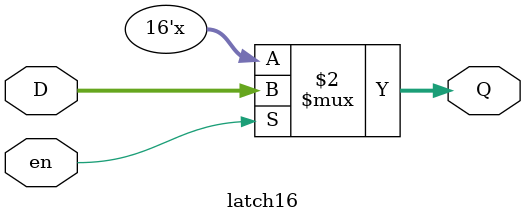
<source format=v>
module latch16
    (   input en,
	    input wire [15:0] D,
		output reg [15:0] Q);

	always @ (en or D) 
        begin
            if(en)
                Q <= D;
	    end
endmodule

</source>
